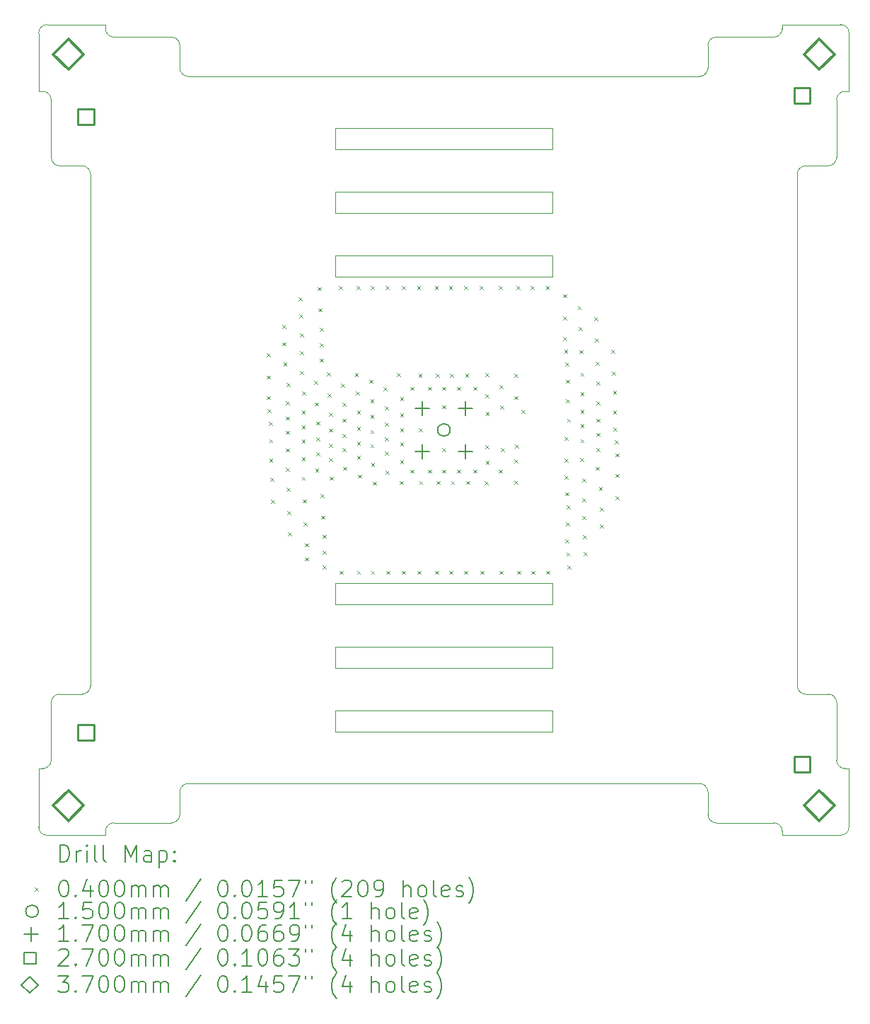
<source format=gbr>
%FSLAX45Y45*%
G04 Gerber Fmt 4.5, Leading zero omitted, Abs format (unit mm)*
G04 Created by KiCad (PCBNEW (6.0.5-0)) date 2022-12-31 05:30:32*
%MOMM*%
%LPD*%
G01*
G04 APERTURE LIST*
%TA.AperFunction,Profile*%
%ADD10C,0.100000*%
%TD*%
%ADD11C,0.200000*%
%ADD12C,0.040000*%
%ADD13C,0.150000*%
%ADD14C,0.170000*%
%ADD15C,0.270000*%
%ADD16C,0.370000*%
G04 APERTURE END LIST*
D10*
X7520000Y-13010000D02*
G75*
G03*
X7620000Y-12910000I0J100000D01*
G01*
X7250000Y-13010000D02*
G75*
G03*
X7150000Y-13110000I0J-100000D01*
G01*
X16180000Y-6690000D02*
G75*
G03*
X16080000Y-6790000I0J-100000D01*
G01*
X16700000Y-5800000D02*
X16700000Y-5100000D01*
X16700000Y-5800000D02*
X16650000Y-5800000D01*
X8690000Y-5520000D02*
G75*
G03*
X8790000Y-5620000I100000J0D01*
G01*
X15900000Y-5000000D02*
X16600000Y-5000000D01*
X16550000Y-13800000D02*
G75*
G03*
X16650000Y-13900000I100000J0D01*
G01*
X7000000Y-14600000D02*
G75*
G03*
X7100000Y-14700000I100000J0D01*
G01*
X14910000Y-14080000D02*
X8790000Y-14080000D01*
X16600000Y-14700000D02*
G75*
G03*
X16700000Y-14600000I0J100000D01*
G01*
X7900000Y-14550000D02*
G75*
G03*
X7800000Y-14650000I0J-100000D01*
G01*
X10549679Y-13208946D02*
X13149684Y-13208946D01*
X13149684Y-13208946D02*
X13149684Y-13462897D01*
X13149684Y-13462897D02*
X10549679Y-13462897D01*
X10549679Y-13462897D02*
X10549679Y-13208946D01*
X15900000Y-14650000D02*
G75*
G03*
X15800000Y-14550000I-100000J0D01*
G01*
X7000000Y-13900000D02*
X7000000Y-14600000D01*
X16550000Y-13110000D02*
G75*
G03*
X16450000Y-13010000I-100000J0D01*
G01*
X7050000Y-5800000D02*
X7000000Y-5800000D01*
X15010000Y-14180000D02*
X15010000Y-14450000D01*
X8790000Y-5620000D02*
X14910000Y-5620000D01*
X7150000Y-6590000D02*
G75*
G03*
X7250000Y-6690000I100000J0D01*
G01*
X7800000Y-14700000D02*
X7100000Y-14700000D01*
X16600000Y-14700000D02*
X15900000Y-14700000D01*
X16650000Y-13900000D02*
X16700000Y-13900000D01*
X15800000Y-5150000D02*
G75*
G03*
X15900000Y-5050000I0J100000D01*
G01*
X16080000Y-6790000D02*
X16080000Y-12910000D01*
X8590000Y-14550000D02*
X7900000Y-14550000D01*
X10549998Y-12447119D02*
X13150002Y-12447119D01*
X13150002Y-12447119D02*
X13150002Y-12701070D01*
X13150002Y-12701070D02*
X10549998Y-12701070D01*
X10549998Y-12701070D02*
X10549998Y-12447119D01*
X7520000Y-13010000D02*
X7250000Y-13010000D01*
X16550000Y-5900000D02*
X16550000Y-6590000D01*
X15010000Y-5520000D02*
X15010000Y-5250000D01*
X14910000Y-5620000D02*
G75*
G03*
X15010000Y-5520000I0J100000D01*
G01*
X8690000Y-14180000D02*
X8690000Y-14450000D01*
X10550000Y-6998978D02*
X13150000Y-6998978D01*
X13150000Y-6998978D02*
X13150000Y-7252738D01*
X13150000Y-7252738D02*
X10550000Y-7252738D01*
X10550000Y-7252738D02*
X10550000Y-6998978D01*
X15800000Y-14550000D02*
X15110000Y-14550000D01*
X8790000Y-14080000D02*
G75*
G03*
X8690000Y-14180000I0J-100000D01*
G01*
X10549958Y-11685036D02*
X13149963Y-11685036D01*
X13149963Y-11685036D02*
X13149963Y-11938987D01*
X13149963Y-11938987D02*
X10549958Y-11938987D01*
X10549958Y-11938987D02*
X10549958Y-11685036D01*
X7520000Y-6690000D02*
X7250000Y-6690000D01*
X10550000Y-8015000D02*
X13150113Y-8015000D01*
X13150113Y-8015000D02*
X13150113Y-7761130D01*
X13150113Y-7761130D02*
X10550000Y-7761130D01*
X10550000Y-7761130D02*
X10550000Y-8015000D01*
X7800000Y-5050000D02*
G75*
G03*
X7900000Y-5150000I100000J0D01*
G01*
X16180000Y-13010000D02*
X16450000Y-13010000D01*
X16700000Y-5100000D02*
G75*
G03*
X16600000Y-5000000I-100000J0D01*
G01*
X7900000Y-5150000D02*
X8590000Y-5150000D01*
X7150000Y-13110000D02*
X7150000Y-13800000D01*
X16180000Y-6690000D02*
X16450000Y-6690000D01*
X15900000Y-5000000D02*
X15900000Y-5050000D01*
X8590000Y-14550000D02*
G75*
G03*
X8690000Y-14450000I0J100000D01*
G01*
X7800000Y-5050000D02*
X7800000Y-5000000D01*
X7000000Y-13900000D02*
X7050000Y-13900000D01*
X7150000Y-5900000D02*
G75*
G03*
X7050000Y-5800000I-100000J0D01*
G01*
X16080000Y-12910000D02*
G75*
G03*
X16180000Y-13010000I100000J0D01*
G01*
X16650000Y-5800000D02*
G75*
G03*
X16550000Y-5900000I0J-100000D01*
G01*
X7620000Y-12910000D02*
X7620000Y-6790000D01*
X8690000Y-5520000D02*
X8690000Y-5250000D01*
X7000000Y-5100000D02*
X7000000Y-5800000D01*
X15800000Y-5150000D02*
X15110000Y-5150000D01*
X7150000Y-5900000D02*
X7150000Y-6590000D01*
X8690000Y-5250000D02*
G75*
G03*
X8590000Y-5150000I-100000J0D01*
G01*
X16450000Y-6690000D02*
G75*
G03*
X16550000Y-6590000I0J100000D01*
G01*
X15010000Y-14180000D02*
G75*
G03*
X14910000Y-14080000I-100000J0D01*
G01*
X15900000Y-14650000D02*
X15900000Y-14700000D01*
X7050000Y-13900000D02*
G75*
G03*
X7150000Y-13800000I0J100000D01*
G01*
X15010000Y-14450000D02*
G75*
G03*
X15110000Y-14550000I100000J0D01*
G01*
X15110000Y-5150000D02*
G75*
G03*
X15010000Y-5250000I0J-100000D01*
G01*
X16550000Y-13110000D02*
X16550000Y-13800000D01*
X7100000Y-5000000D02*
G75*
G03*
X7000000Y-5100000I0J-100000D01*
G01*
X10550000Y-6236996D02*
X13150004Y-6236996D01*
X13150004Y-6236996D02*
X13150004Y-6490947D01*
X13150004Y-6490947D02*
X10550000Y-6490947D01*
X10550000Y-6490947D02*
X10550000Y-6236996D01*
X7800000Y-5000000D02*
X7100000Y-5000000D01*
X16700000Y-13900000D02*
X16700000Y-14600000D01*
X7620000Y-6790000D02*
G75*
G03*
X7520000Y-6690000I-100000J0D01*
G01*
X7800000Y-14700000D02*
X7800000Y-14650000D01*
D11*
D12*
X9730000Y-8935000D02*
X9770000Y-8975000D01*
X9770000Y-8935000D02*
X9730000Y-8975000D01*
X9730000Y-9200000D02*
X9770000Y-9240000D01*
X9770000Y-9200000D02*
X9730000Y-9240000D01*
X9730000Y-9445000D02*
X9770000Y-9485000D01*
X9770000Y-9445000D02*
X9730000Y-9485000D01*
X9740000Y-9600000D02*
X9780000Y-9640000D01*
X9780000Y-9600000D02*
X9740000Y-9640000D01*
X9755000Y-9755000D02*
X9795000Y-9795000D01*
X9795000Y-9755000D02*
X9755000Y-9795000D01*
X9760000Y-9960000D02*
X9800000Y-10000000D01*
X9800000Y-9960000D02*
X9760000Y-10000000D01*
X9760000Y-10195000D02*
X9800000Y-10235000D01*
X9800000Y-10195000D02*
X9760000Y-10235000D01*
X9775000Y-10425000D02*
X9815000Y-10465000D01*
X9815000Y-10425000D02*
X9775000Y-10465000D01*
X9780000Y-10685000D02*
X9820000Y-10725000D01*
X9820000Y-10685000D02*
X9780000Y-10725000D01*
X9915000Y-8595000D02*
X9955000Y-8635000D01*
X9955000Y-8595000D02*
X9915000Y-8635000D01*
X9915000Y-8800000D02*
X9955000Y-8840000D01*
X9955000Y-8800000D02*
X9915000Y-8840000D01*
X9930000Y-9045000D02*
X9970000Y-9085000D01*
X9970000Y-9045000D02*
X9930000Y-9085000D01*
X9960000Y-9510000D02*
X10000000Y-9550000D01*
X10000000Y-9510000D02*
X9960000Y-9550000D01*
X9960000Y-9690000D02*
X10000000Y-9730000D01*
X10000000Y-9690000D02*
X9960000Y-9730000D01*
X9960000Y-9860000D02*
X10000000Y-9900000D01*
X10000000Y-9860000D02*
X9960000Y-9900000D01*
X9960000Y-10070000D02*
X10000000Y-10110000D01*
X10000000Y-10070000D02*
X9960000Y-10110000D01*
X9960000Y-10305000D02*
X10000000Y-10345000D01*
X10000000Y-10305000D02*
X9960000Y-10345000D01*
X9965000Y-9285000D02*
X10005000Y-9325000D01*
X10005000Y-9285000D02*
X9965000Y-9325000D01*
X9970000Y-10540000D02*
X10010000Y-10580000D01*
X10010000Y-10540000D02*
X9970000Y-10580000D01*
X9975000Y-10820000D02*
X10015000Y-10860000D01*
X10015000Y-10820000D02*
X9975000Y-10860000D01*
X9985000Y-11075000D02*
X10025000Y-11115000D01*
X10025000Y-11075000D02*
X9985000Y-11115000D01*
X10110000Y-8265000D02*
X10150000Y-8305000D01*
X10150000Y-8265000D02*
X10110000Y-8305000D01*
X10120000Y-8465000D02*
X10160000Y-8505000D01*
X10160000Y-8465000D02*
X10120000Y-8505000D01*
X10130000Y-8695000D02*
X10170000Y-8735000D01*
X10170000Y-8695000D02*
X10130000Y-8735000D01*
X10130000Y-8905000D02*
X10170000Y-8945000D01*
X10170000Y-8905000D02*
X10130000Y-8945000D01*
X10130000Y-9145000D02*
X10170000Y-9185000D01*
X10170000Y-9145000D02*
X10130000Y-9185000D01*
X10150000Y-9615000D02*
X10190000Y-9655000D01*
X10190000Y-9615000D02*
X10150000Y-9655000D01*
X10150000Y-9795000D02*
X10190000Y-9835000D01*
X10190000Y-9795000D02*
X10150000Y-9835000D01*
X10150000Y-9965000D02*
X10190000Y-10005000D01*
X10190000Y-9965000D02*
X10150000Y-10005000D01*
X10150000Y-10175000D02*
X10190000Y-10215000D01*
X10190000Y-10175000D02*
X10150000Y-10215000D01*
X10150000Y-10410000D02*
X10190000Y-10450000D01*
X10190000Y-10410000D02*
X10150000Y-10450000D01*
X10155000Y-9390000D02*
X10195000Y-9430000D01*
X10195000Y-9390000D02*
X10155000Y-9430000D01*
X10160000Y-10680000D02*
X10200000Y-10720000D01*
X10200000Y-10680000D02*
X10160000Y-10720000D01*
X10170000Y-10955000D02*
X10210000Y-10995000D01*
X10210000Y-10955000D02*
X10170000Y-10995000D01*
X10185000Y-11205000D02*
X10225000Y-11245000D01*
X10225000Y-11205000D02*
X10185000Y-11245000D01*
X10185000Y-11375000D02*
X10225000Y-11415000D01*
X10225000Y-11375000D02*
X10185000Y-11415000D01*
X10295000Y-9265000D02*
X10335000Y-9305000D01*
X10335000Y-9265000D02*
X10295000Y-9305000D01*
X10305000Y-9520000D02*
X10345000Y-9560000D01*
X10345000Y-9520000D02*
X10305000Y-9560000D01*
X10310000Y-10315000D02*
X10350000Y-10355000D01*
X10350000Y-10315000D02*
X10310000Y-10355000D01*
X10320000Y-9750000D02*
X10360000Y-9790000D01*
X10360000Y-9750000D02*
X10320000Y-9790000D01*
X10320000Y-9940000D02*
X10360000Y-9980000D01*
X10360000Y-9940000D02*
X10320000Y-9980000D01*
X10320000Y-10120000D02*
X10360000Y-10160000D01*
X10360000Y-10120000D02*
X10320000Y-10160000D01*
X10340000Y-8140000D02*
X10380000Y-8180000D01*
X10380000Y-8140000D02*
X10340000Y-8180000D01*
X10350000Y-8395000D02*
X10390000Y-8435000D01*
X10390000Y-8395000D02*
X10350000Y-8435000D01*
X10365000Y-8625000D02*
X10405000Y-8665000D01*
X10405000Y-8625000D02*
X10365000Y-8665000D01*
X10365000Y-8815000D02*
X10405000Y-8855000D01*
X10405000Y-8815000D02*
X10365000Y-8855000D01*
X10365000Y-8995000D02*
X10405000Y-9035000D01*
X10405000Y-8995000D02*
X10365000Y-9035000D01*
X10375000Y-10620000D02*
X10415000Y-10660000D01*
X10415000Y-10620000D02*
X10375000Y-10660000D01*
X10385000Y-10875000D02*
X10425000Y-10915000D01*
X10425000Y-10875000D02*
X10385000Y-10915000D01*
X10400000Y-11105000D02*
X10440000Y-11145000D01*
X10440000Y-11105000D02*
X10400000Y-11145000D01*
X10400000Y-11295000D02*
X10440000Y-11335000D01*
X10440000Y-11295000D02*
X10400000Y-11335000D01*
X10400000Y-11475000D02*
X10440000Y-11515000D01*
X10440000Y-11475000D02*
X10400000Y-11515000D01*
X10450000Y-9160000D02*
X10490000Y-9200000D01*
X10490000Y-9160000D02*
X10450000Y-9200000D01*
X10460000Y-9415000D02*
X10500000Y-9455000D01*
X10500000Y-9415000D02*
X10460000Y-9455000D01*
X10475000Y-9645000D02*
X10515000Y-9685000D01*
X10515000Y-9645000D02*
X10475000Y-9685000D01*
X10475000Y-9835000D02*
X10515000Y-9875000D01*
X10515000Y-9835000D02*
X10475000Y-9875000D01*
X10475000Y-10015000D02*
X10515000Y-10055000D01*
X10515000Y-10015000D02*
X10475000Y-10055000D01*
X10475000Y-10185000D02*
X10515000Y-10225000D01*
X10515000Y-10185000D02*
X10475000Y-10225000D01*
X10485000Y-10410000D02*
X10525000Y-10450000D01*
X10525000Y-10410000D02*
X10485000Y-10450000D01*
X10595000Y-8125000D02*
X10635000Y-8165000D01*
X10635000Y-8125000D02*
X10595000Y-8165000D01*
X10600000Y-11535000D02*
X10640000Y-11575000D01*
X10640000Y-11535000D02*
X10600000Y-11575000D01*
X10620000Y-9295000D02*
X10660000Y-9335000D01*
X10660000Y-9295000D02*
X10620000Y-9335000D01*
X10635000Y-9525000D02*
X10675000Y-9565000D01*
X10675000Y-9525000D02*
X10635000Y-9565000D01*
X10635000Y-9715000D02*
X10675000Y-9755000D01*
X10675000Y-9715000D02*
X10635000Y-9755000D01*
X10635000Y-9895000D02*
X10675000Y-9935000D01*
X10675000Y-9895000D02*
X10635000Y-9935000D01*
X10635000Y-10065000D02*
X10675000Y-10105000D01*
X10675000Y-10065000D02*
X10635000Y-10105000D01*
X10645000Y-10290000D02*
X10685000Y-10330000D01*
X10685000Y-10290000D02*
X10645000Y-10330000D01*
X10785000Y-9170000D02*
X10825000Y-9210000D01*
X10825000Y-9170000D02*
X10785000Y-9210000D01*
X10795000Y-9390000D02*
X10835000Y-9430000D01*
X10835000Y-9390000D02*
X10795000Y-9430000D01*
X10805000Y-8125000D02*
X10845000Y-8165000D01*
X10845000Y-8125000D02*
X10805000Y-8165000D01*
X10810000Y-9620000D02*
X10850000Y-9660000D01*
X10850000Y-9620000D02*
X10810000Y-9660000D01*
X10810000Y-9810000D02*
X10850000Y-9850000D01*
X10850000Y-9810000D02*
X10810000Y-9850000D01*
X10810000Y-9990000D02*
X10850000Y-10030000D01*
X10850000Y-9990000D02*
X10810000Y-10030000D01*
X10810000Y-10160000D02*
X10850000Y-10200000D01*
X10850000Y-10160000D02*
X10810000Y-10200000D01*
X10810000Y-11535000D02*
X10850000Y-11575000D01*
X10850000Y-11535000D02*
X10810000Y-11575000D01*
X10820000Y-10385000D02*
X10860000Y-10425000D01*
X10860000Y-10385000D02*
X10820000Y-10425000D01*
X10955000Y-9250000D02*
X10995000Y-9290000D01*
X10995000Y-9250000D02*
X10955000Y-9290000D01*
X10970000Y-9480000D02*
X11010000Y-9520000D01*
X11010000Y-9480000D02*
X10970000Y-9520000D01*
X10970000Y-9670000D02*
X11010000Y-9710000D01*
X11010000Y-9670000D02*
X10970000Y-9710000D01*
X10970000Y-9850000D02*
X11010000Y-9890000D01*
X11010000Y-9850000D02*
X10970000Y-9890000D01*
X10970000Y-10020000D02*
X11010000Y-10060000D01*
X11010000Y-10020000D02*
X10970000Y-10060000D01*
X10975000Y-8125000D02*
X11015000Y-8165000D01*
X11015000Y-8125000D02*
X10975000Y-8165000D01*
X10980000Y-10245000D02*
X11020000Y-10285000D01*
X11020000Y-10245000D02*
X10980000Y-10285000D01*
X10980000Y-11535000D02*
X11020000Y-11575000D01*
X11020000Y-11535000D02*
X10980000Y-11575000D01*
X11000000Y-10470000D02*
X11040000Y-10510000D01*
X11040000Y-10470000D02*
X11000000Y-10510000D01*
X11130000Y-9340000D02*
X11170000Y-9380000D01*
X11170000Y-9340000D02*
X11130000Y-9380000D01*
X11145000Y-9570000D02*
X11185000Y-9610000D01*
X11185000Y-9570000D02*
X11145000Y-9610000D01*
X11145000Y-9760000D02*
X11185000Y-9800000D01*
X11185000Y-9760000D02*
X11145000Y-9800000D01*
X11145000Y-9940000D02*
X11185000Y-9980000D01*
X11185000Y-9940000D02*
X11145000Y-9980000D01*
X11145000Y-10110000D02*
X11185000Y-10150000D01*
X11185000Y-10110000D02*
X11145000Y-10150000D01*
X11155000Y-8125000D02*
X11195000Y-8165000D01*
X11195000Y-8125000D02*
X11155000Y-8165000D01*
X11155000Y-10335000D02*
X11195000Y-10375000D01*
X11195000Y-10335000D02*
X11155000Y-10375000D01*
X11160000Y-11535000D02*
X11200000Y-11575000D01*
X11200000Y-11535000D02*
X11160000Y-11575000D01*
X11285000Y-9170000D02*
X11325000Y-9210000D01*
X11325000Y-9170000D02*
X11285000Y-9210000D01*
X11320000Y-10460000D02*
X11360000Y-10500000D01*
X11360000Y-10460000D02*
X11320000Y-10500000D01*
X11325000Y-9460000D02*
X11365000Y-9500000D01*
X11365000Y-9460000D02*
X11325000Y-9500000D01*
X11325000Y-9650000D02*
X11365000Y-9690000D01*
X11365000Y-9650000D02*
X11325000Y-9690000D01*
X11325000Y-9830000D02*
X11365000Y-9870000D01*
X11365000Y-9830000D02*
X11325000Y-9870000D01*
X11325000Y-10000000D02*
X11365000Y-10040000D01*
X11365000Y-10000000D02*
X11325000Y-10040000D01*
X11325000Y-10210000D02*
X11365000Y-10250000D01*
X11365000Y-10210000D02*
X11325000Y-10250000D01*
X11345000Y-8125000D02*
X11385000Y-8165000D01*
X11385000Y-8125000D02*
X11345000Y-8165000D01*
X11350000Y-11535000D02*
X11390000Y-11575000D01*
X11390000Y-11535000D02*
X11350000Y-11575000D01*
X11450000Y-9335000D02*
X11490000Y-9375000D01*
X11490000Y-9335000D02*
X11450000Y-9375000D01*
X11450000Y-10325000D02*
X11490000Y-10365000D01*
X11490000Y-10325000D02*
X11450000Y-10365000D01*
X11530000Y-8125000D02*
X11570000Y-8165000D01*
X11570000Y-8125000D02*
X11530000Y-8165000D01*
X11535000Y-11535000D02*
X11575000Y-11575000D01*
X11575000Y-11535000D02*
X11535000Y-11575000D01*
X11545000Y-9175000D02*
X11585000Y-9215000D01*
X11585000Y-9175000D02*
X11545000Y-9215000D01*
X11550000Y-9830000D02*
X11590000Y-9870000D01*
X11590000Y-9830000D02*
X11550000Y-9870000D01*
X11555000Y-10460000D02*
X11595000Y-10500000D01*
X11595000Y-10460000D02*
X11555000Y-10500000D01*
X11660000Y-9335000D02*
X11700000Y-9375000D01*
X11700000Y-9335000D02*
X11660000Y-9375000D01*
X11660000Y-10325000D02*
X11700000Y-10365000D01*
X11700000Y-10325000D02*
X11660000Y-10365000D01*
X11740000Y-8125000D02*
X11780000Y-8165000D01*
X11780000Y-8125000D02*
X11740000Y-8165000D01*
X11745000Y-11535000D02*
X11785000Y-11575000D01*
X11785000Y-11535000D02*
X11745000Y-11575000D01*
X11755000Y-9175000D02*
X11795000Y-9215000D01*
X11795000Y-9175000D02*
X11755000Y-9215000D01*
X11765000Y-10460000D02*
X11805000Y-10500000D01*
X11805000Y-10460000D02*
X11765000Y-10500000D01*
X11830000Y-9335000D02*
X11870000Y-9375000D01*
X11870000Y-9335000D02*
X11830000Y-9375000D01*
X11830000Y-9555000D02*
X11870000Y-9595000D01*
X11870000Y-9555000D02*
X11830000Y-9595000D01*
X11830000Y-10065000D02*
X11870000Y-10105000D01*
X11870000Y-10065000D02*
X11830000Y-10105000D01*
X11830000Y-10325000D02*
X11870000Y-10365000D01*
X11870000Y-10325000D02*
X11830000Y-10365000D01*
X11910000Y-8125000D02*
X11950000Y-8165000D01*
X11950000Y-8125000D02*
X11910000Y-8165000D01*
X11915000Y-11535000D02*
X11955000Y-11575000D01*
X11955000Y-11535000D02*
X11915000Y-11575000D01*
X11925000Y-9175000D02*
X11965000Y-9215000D01*
X11965000Y-9175000D02*
X11925000Y-9215000D01*
X11935000Y-10460000D02*
X11975000Y-10500000D01*
X11975000Y-10460000D02*
X11935000Y-10500000D01*
X12010000Y-9335000D02*
X12050000Y-9375000D01*
X12050000Y-9335000D02*
X12010000Y-9375000D01*
X12010000Y-10325000D02*
X12050000Y-10365000D01*
X12050000Y-10325000D02*
X12010000Y-10365000D01*
X12090000Y-8125000D02*
X12130000Y-8165000D01*
X12130000Y-8125000D02*
X12090000Y-8165000D01*
X12095000Y-11535000D02*
X12135000Y-11575000D01*
X12135000Y-11535000D02*
X12095000Y-11575000D01*
X12105000Y-9175000D02*
X12145000Y-9215000D01*
X12145000Y-9175000D02*
X12105000Y-9215000D01*
X12115000Y-10460000D02*
X12155000Y-10500000D01*
X12155000Y-10460000D02*
X12115000Y-10500000D01*
X12200000Y-9335000D02*
X12240000Y-9375000D01*
X12240000Y-9335000D02*
X12200000Y-9375000D01*
X12200000Y-10325000D02*
X12240000Y-10365000D01*
X12240000Y-10325000D02*
X12200000Y-10365000D01*
X12280000Y-8125000D02*
X12320000Y-8165000D01*
X12320000Y-8125000D02*
X12280000Y-8165000D01*
X12285000Y-11535000D02*
X12325000Y-11575000D01*
X12325000Y-11535000D02*
X12285000Y-11575000D01*
X12340000Y-10465000D02*
X12380000Y-10505000D01*
X12380000Y-10465000D02*
X12340000Y-10505000D01*
X12345000Y-9170000D02*
X12385000Y-9210000D01*
X12385000Y-9170000D02*
X12345000Y-9210000D01*
X12345000Y-9425000D02*
X12385000Y-9465000D01*
X12385000Y-9425000D02*
X12345000Y-9465000D01*
X12345000Y-10030000D02*
X12385000Y-10070000D01*
X12385000Y-10030000D02*
X12345000Y-10070000D01*
X12350000Y-9635000D02*
X12390000Y-9675000D01*
X12390000Y-9635000D02*
X12350000Y-9675000D01*
X12350000Y-10220000D02*
X12390000Y-10260000D01*
X12390000Y-10220000D02*
X12350000Y-10260000D01*
X12505000Y-10325000D02*
X12545000Y-10365000D01*
X12545000Y-10325000D02*
X12505000Y-10365000D01*
X12510000Y-8125000D02*
X12550000Y-8165000D01*
X12550000Y-8125000D02*
X12510000Y-8165000D01*
X12515000Y-9315000D02*
X12555000Y-9355000D01*
X12555000Y-9315000D02*
X12515000Y-9355000D01*
X12515000Y-11535000D02*
X12555000Y-11575000D01*
X12555000Y-11535000D02*
X12515000Y-11575000D01*
X12525000Y-9560000D02*
X12565000Y-9600000D01*
X12565000Y-9560000D02*
X12525000Y-9600000D01*
X12530000Y-10065000D02*
X12570000Y-10105000D01*
X12570000Y-10065000D02*
X12530000Y-10105000D01*
X12695000Y-9175000D02*
X12735000Y-9215000D01*
X12735000Y-9175000D02*
X12695000Y-9215000D01*
X12695000Y-9445000D02*
X12735000Y-9485000D01*
X12735000Y-9445000D02*
X12695000Y-9485000D01*
X12695000Y-10205000D02*
X12735000Y-10245000D01*
X12735000Y-10205000D02*
X12695000Y-10245000D01*
X12695000Y-10455000D02*
X12735000Y-10495000D01*
X12735000Y-10455000D02*
X12695000Y-10495000D01*
X12700000Y-10025000D02*
X12740000Y-10065000D01*
X12740000Y-10025000D02*
X12700000Y-10065000D01*
X12720000Y-8125000D02*
X12760000Y-8165000D01*
X12760000Y-8125000D02*
X12720000Y-8165000D01*
X12725000Y-11535000D02*
X12765000Y-11575000D01*
X12765000Y-11535000D02*
X12725000Y-11575000D01*
X12775000Y-9610000D02*
X12815000Y-9650000D01*
X12815000Y-9610000D02*
X12775000Y-9650000D01*
X12890000Y-8125000D02*
X12930000Y-8165000D01*
X12930000Y-8125000D02*
X12890000Y-8165000D01*
X12895000Y-11535000D02*
X12935000Y-11575000D01*
X12935000Y-11535000D02*
X12895000Y-11575000D01*
X13070000Y-8125000D02*
X13110000Y-8165000D01*
X13110000Y-8125000D02*
X13070000Y-8165000D01*
X13075000Y-11535000D02*
X13115000Y-11575000D01*
X13115000Y-11535000D02*
X13075000Y-11575000D01*
X13280000Y-8225000D02*
X13320000Y-8265000D01*
X13320000Y-8225000D02*
X13280000Y-8265000D01*
X13280000Y-8490000D02*
X13320000Y-8530000D01*
X13320000Y-8490000D02*
X13280000Y-8530000D01*
X13280000Y-8735000D02*
X13320000Y-8775000D01*
X13320000Y-8735000D02*
X13280000Y-8775000D01*
X13290000Y-8890000D02*
X13330000Y-8930000D01*
X13330000Y-8890000D02*
X13290000Y-8930000D01*
X13295000Y-9930000D02*
X13335000Y-9970000D01*
X13335000Y-9930000D02*
X13295000Y-9970000D01*
X13295000Y-10195000D02*
X13335000Y-10235000D01*
X13335000Y-10195000D02*
X13295000Y-10235000D01*
X13295000Y-10395000D02*
X13335000Y-10435000D01*
X13335000Y-10395000D02*
X13295000Y-10435000D01*
X13305000Y-9045000D02*
X13345000Y-9085000D01*
X13345000Y-9045000D02*
X13305000Y-9085000D01*
X13305000Y-10595000D02*
X13345000Y-10635000D01*
X13345000Y-10595000D02*
X13305000Y-10635000D01*
X13305000Y-11160000D02*
X13345000Y-11200000D01*
X13345000Y-11160000D02*
X13305000Y-11200000D01*
X13310000Y-9250000D02*
X13350000Y-9290000D01*
X13350000Y-9250000D02*
X13310000Y-9290000D01*
X13310000Y-9485000D02*
X13350000Y-9525000D01*
X13350000Y-9485000D02*
X13310000Y-9525000D01*
X13310000Y-10955000D02*
X13350000Y-10995000D01*
X13350000Y-10955000D02*
X13310000Y-10995000D01*
X13315000Y-11315000D02*
X13355000Y-11355000D01*
X13355000Y-11315000D02*
X13315000Y-11355000D01*
X13320000Y-10750000D02*
X13360000Y-10790000D01*
X13360000Y-10750000D02*
X13320000Y-10790000D01*
X13325000Y-9715000D02*
X13365000Y-9755000D01*
X13365000Y-9715000D02*
X13325000Y-9755000D01*
X13330000Y-11470000D02*
X13370000Y-11510000D01*
X13370000Y-11470000D02*
X13330000Y-11510000D01*
X13450000Y-8370000D02*
X13490000Y-8410000D01*
X13490000Y-8370000D02*
X13450000Y-8410000D01*
X13465000Y-8620000D02*
X13505000Y-8660000D01*
X13505000Y-8620000D02*
X13465000Y-8660000D01*
X13475000Y-8895000D02*
X13515000Y-8935000D01*
X13515000Y-8895000D02*
X13475000Y-8935000D01*
X13480000Y-10185000D02*
X13520000Y-10225000D01*
X13520000Y-10185000D02*
X13480000Y-10225000D01*
X13485000Y-9165000D02*
X13525000Y-9205000D01*
X13525000Y-9165000D02*
X13485000Y-9205000D01*
X13485000Y-9400000D02*
X13525000Y-9440000D01*
X13525000Y-9400000D02*
X13485000Y-9440000D01*
X13485000Y-9610000D02*
X13525000Y-9650000D01*
X13525000Y-9610000D02*
X13485000Y-9650000D01*
X13485000Y-9780000D02*
X13525000Y-9820000D01*
X13525000Y-9780000D02*
X13485000Y-9820000D01*
X13485000Y-9960000D02*
X13525000Y-10000000D01*
X13525000Y-9960000D02*
X13485000Y-10000000D01*
X13505000Y-10430000D02*
X13545000Y-10470000D01*
X13545000Y-10430000D02*
X13505000Y-10470000D01*
X13505000Y-10670000D02*
X13545000Y-10710000D01*
X13545000Y-10670000D02*
X13505000Y-10710000D01*
X13505000Y-10880000D02*
X13545000Y-10920000D01*
X13545000Y-10880000D02*
X13505000Y-10920000D01*
X13515000Y-11110000D02*
X13555000Y-11150000D01*
X13555000Y-11110000D02*
X13515000Y-11150000D01*
X13525000Y-11310000D02*
X13565000Y-11350000D01*
X13565000Y-11310000D02*
X13525000Y-11350000D01*
X13650000Y-8500000D02*
X13690000Y-8540000D01*
X13690000Y-8500000D02*
X13650000Y-8540000D01*
X13660000Y-8755000D02*
X13700000Y-8795000D01*
X13700000Y-8755000D02*
X13660000Y-8795000D01*
X13665000Y-9035000D02*
X13705000Y-9075000D01*
X13705000Y-9035000D02*
X13665000Y-9075000D01*
X13670000Y-10290000D02*
X13710000Y-10330000D01*
X13710000Y-10290000D02*
X13670000Y-10330000D01*
X13675000Y-9270000D02*
X13715000Y-9310000D01*
X13715000Y-9270000D02*
X13675000Y-9310000D01*
X13675000Y-9505000D02*
X13715000Y-9545000D01*
X13715000Y-9505000D02*
X13675000Y-9545000D01*
X13675000Y-9715000D02*
X13715000Y-9755000D01*
X13715000Y-9715000D02*
X13675000Y-9755000D01*
X13675000Y-9885000D02*
X13715000Y-9925000D01*
X13715000Y-9885000D02*
X13675000Y-9925000D01*
X13675000Y-10065000D02*
X13715000Y-10105000D01*
X13715000Y-10065000D02*
X13675000Y-10105000D01*
X13705000Y-10530000D02*
X13745000Y-10570000D01*
X13745000Y-10530000D02*
X13705000Y-10570000D01*
X13720000Y-10775000D02*
X13760000Y-10815000D01*
X13760000Y-10775000D02*
X13720000Y-10815000D01*
X13720000Y-10980000D02*
X13760000Y-11020000D01*
X13760000Y-10980000D02*
X13720000Y-11020000D01*
X13855000Y-8890000D02*
X13895000Y-8930000D01*
X13895000Y-8890000D02*
X13855000Y-8930000D01*
X13860000Y-9150000D02*
X13900000Y-9190000D01*
X13900000Y-9150000D02*
X13860000Y-9190000D01*
X13875000Y-9380000D02*
X13915000Y-9420000D01*
X13915000Y-9380000D02*
X13875000Y-9420000D01*
X13875000Y-9615000D02*
X13915000Y-9655000D01*
X13915000Y-9615000D02*
X13875000Y-9655000D01*
X13880000Y-9820000D02*
X13920000Y-9860000D01*
X13920000Y-9820000D02*
X13880000Y-9860000D01*
X13895000Y-9975000D02*
X13935000Y-10015000D01*
X13935000Y-9975000D02*
X13895000Y-10015000D01*
X13905000Y-10130000D02*
X13945000Y-10170000D01*
X13945000Y-10130000D02*
X13905000Y-10170000D01*
X13905000Y-10375000D02*
X13945000Y-10415000D01*
X13945000Y-10375000D02*
X13905000Y-10415000D01*
X13905000Y-10640000D02*
X13945000Y-10680000D01*
X13945000Y-10640000D02*
X13905000Y-10680000D01*
D13*
X11925000Y-9850000D02*
G75*
G03*
X11925000Y-9850000I-75000J0D01*
G01*
D14*
X11595000Y-9510000D02*
X11595000Y-9680000D01*
X11510000Y-9595000D02*
X11680000Y-9595000D01*
X11595000Y-10020000D02*
X11595000Y-10190000D01*
X11510000Y-10105000D02*
X11680000Y-10105000D01*
X12105000Y-9510000D02*
X12105000Y-9680000D01*
X12020000Y-9595000D02*
X12190000Y-9595000D01*
X12105000Y-10020000D02*
X12105000Y-10190000D01*
X12020000Y-10105000D02*
X12190000Y-10105000D01*
D15*
X7659360Y-6198960D02*
X7659360Y-6008040D01*
X7468440Y-6008040D01*
X7468440Y-6198960D01*
X7659360Y-6198960D01*
X7659360Y-13564960D02*
X7659360Y-13374040D01*
X7468440Y-13374040D01*
X7468440Y-13564960D01*
X7659360Y-13564960D01*
X16231860Y-5944960D02*
X16231860Y-5754040D01*
X16040940Y-5754040D01*
X16040940Y-5944960D01*
X16231860Y-5944960D01*
X16231860Y-13945960D02*
X16231860Y-13755040D01*
X16040940Y-13755040D01*
X16040940Y-13945960D01*
X16231860Y-13945960D01*
D16*
X7355000Y-5540000D02*
X7540000Y-5355000D01*
X7355000Y-5170000D01*
X7170000Y-5355000D01*
X7355000Y-5540000D01*
X7355000Y-14530000D02*
X7540000Y-14345000D01*
X7355000Y-14160000D01*
X7170000Y-14345000D01*
X7355000Y-14530000D01*
X16345000Y-5540000D02*
X16530000Y-5355000D01*
X16345000Y-5170000D01*
X16160000Y-5355000D01*
X16345000Y-5540000D01*
X16345000Y-14530000D02*
X16530000Y-14345000D01*
X16345000Y-14160000D01*
X16160000Y-14345000D01*
X16345000Y-14530000D01*
D11*
X7252619Y-15015476D02*
X7252619Y-14815476D01*
X7300238Y-14815476D01*
X7328809Y-14825000D01*
X7347857Y-14844048D01*
X7357381Y-14863095D01*
X7366905Y-14901190D01*
X7366905Y-14929762D01*
X7357381Y-14967857D01*
X7347857Y-14986905D01*
X7328809Y-15005952D01*
X7300238Y-15015476D01*
X7252619Y-15015476D01*
X7452619Y-15015476D02*
X7452619Y-14882143D01*
X7452619Y-14920238D02*
X7462143Y-14901190D01*
X7471667Y-14891667D01*
X7490714Y-14882143D01*
X7509762Y-14882143D01*
X7576428Y-15015476D02*
X7576428Y-14882143D01*
X7576428Y-14815476D02*
X7566905Y-14825000D01*
X7576428Y-14834524D01*
X7585952Y-14825000D01*
X7576428Y-14815476D01*
X7576428Y-14834524D01*
X7700238Y-15015476D02*
X7681190Y-15005952D01*
X7671667Y-14986905D01*
X7671667Y-14815476D01*
X7805000Y-15015476D02*
X7785952Y-15005952D01*
X7776428Y-14986905D01*
X7776428Y-14815476D01*
X8033571Y-15015476D02*
X8033571Y-14815476D01*
X8100238Y-14958333D01*
X8166905Y-14815476D01*
X8166905Y-15015476D01*
X8347857Y-15015476D02*
X8347857Y-14910714D01*
X8338333Y-14891667D01*
X8319286Y-14882143D01*
X8281190Y-14882143D01*
X8262143Y-14891667D01*
X8347857Y-15005952D02*
X8328809Y-15015476D01*
X8281190Y-15015476D01*
X8262143Y-15005952D01*
X8252619Y-14986905D01*
X8252619Y-14967857D01*
X8262143Y-14948809D01*
X8281190Y-14939286D01*
X8328809Y-14939286D01*
X8347857Y-14929762D01*
X8443095Y-14882143D02*
X8443095Y-15082143D01*
X8443095Y-14891667D02*
X8462143Y-14882143D01*
X8500238Y-14882143D01*
X8519286Y-14891667D01*
X8528810Y-14901190D01*
X8538333Y-14920238D01*
X8538333Y-14977381D01*
X8528810Y-14996428D01*
X8519286Y-15005952D01*
X8500238Y-15015476D01*
X8462143Y-15015476D01*
X8443095Y-15005952D01*
X8624048Y-14996428D02*
X8633571Y-15005952D01*
X8624048Y-15015476D01*
X8614524Y-15005952D01*
X8624048Y-14996428D01*
X8624048Y-15015476D01*
X8624048Y-14891667D02*
X8633571Y-14901190D01*
X8624048Y-14910714D01*
X8614524Y-14901190D01*
X8624048Y-14891667D01*
X8624048Y-14910714D01*
D12*
X6955000Y-15325000D02*
X6995000Y-15365000D01*
X6995000Y-15325000D02*
X6955000Y-15365000D01*
D11*
X7290714Y-15235476D02*
X7309762Y-15235476D01*
X7328809Y-15245000D01*
X7338333Y-15254524D01*
X7347857Y-15273571D01*
X7357381Y-15311667D01*
X7357381Y-15359286D01*
X7347857Y-15397381D01*
X7338333Y-15416428D01*
X7328809Y-15425952D01*
X7309762Y-15435476D01*
X7290714Y-15435476D01*
X7271667Y-15425952D01*
X7262143Y-15416428D01*
X7252619Y-15397381D01*
X7243095Y-15359286D01*
X7243095Y-15311667D01*
X7252619Y-15273571D01*
X7262143Y-15254524D01*
X7271667Y-15245000D01*
X7290714Y-15235476D01*
X7443095Y-15416428D02*
X7452619Y-15425952D01*
X7443095Y-15435476D01*
X7433571Y-15425952D01*
X7443095Y-15416428D01*
X7443095Y-15435476D01*
X7624048Y-15302143D02*
X7624048Y-15435476D01*
X7576428Y-15225952D02*
X7528809Y-15368809D01*
X7652619Y-15368809D01*
X7766905Y-15235476D02*
X7785952Y-15235476D01*
X7805000Y-15245000D01*
X7814524Y-15254524D01*
X7824048Y-15273571D01*
X7833571Y-15311667D01*
X7833571Y-15359286D01*
X7824048Y-15397381D01*
X7814524Y-15416428D01*
X7805000Y-15425952D01*
X7785952Y-15435476D01*
X7766905Y-15435476D01*
X7747857Y-15425952D01*
X7738333Y-15416428D01*
X7728809Y-15397381D01*
X7719286Y-15359286D01*
X7719286Y-15311667D01*
X7728809Y-15273571D01*
X7738333Y-15254524D01*
X7747857Y-15245000D01*
X7766905Y-15235476D01*
X7957381Y-15235476D02*
X7976428Y-15235476D01*
X7995476Y-15245000D01*
X8005000Y-15254524D01*
X8014524Y-15273571D01*
X8024048Y-15311667D01*
X8024048Y-15359286D01*
X8014524Y-15397381D01*
X8005000Y-15416428D01*
X7995476Y-15425952D01*
X7976428Y-15435476D01*
X7957381Y-15435476D01*
X7938333Y-15425952D01*
X7928809Y-15416428D01*
X7919286Y-15397381D01*
X7909762Y-15359286D01*
X7909762Y-15311667D01*
X7919286Y-15273571D01*
X7928809Y-15254524D01*
X7938333Y-15245000D01*
X7957381Y-15235476D01*
X8109762Y-15435476D02*
X8109762Y-15302143D01*
X8109762Y-15321190D02*
X8119286Y-15311667D01*
X8138333Y-15302143D01*
X8166905Y-15302143D01*
X8185952Y-15311667D01*
X8195476Y-15330714D01*
X8195476Y-15435476D01*
X8195476Y-15330714D02*
X8205000Y-15311667D01*
X8224048Y-15302143D01*
X8252619Y-15302143D01*
X8271667Y-15311667D01*
X8281190Y-15330714D01*
X8281190Y-15435476D01*
X8376428Y-15435476D02*
X8376428Y-15302143D01*
X8376428Y-15321190D02*
X8385952Y-15311667D01*
X8405000Y-15302143D01*
X8433571Y-15302143D01*
X8452619Y-15311667D01*
X8462143Y-15330714D01*
X8462143Y-15435476D01*
X8462143Y-15330714D02*
X8471667Y-15311667D01*
X8490714Y-15302143D01*
X8519286Y-15302143D01*
X8538333Y-15311667D01*
X8547857Y-15330714D01*
X8547857Y-15435476D01*
X8938333Y-15225952D02*
X8766905Y-15483095D01*
X9195476Y-15235476D02*
X9214524Y-15235476D01*
X9233571Y-15245000D01*
X9243095Y-15254524D01*
X9252619Y-15273571D01*
X9262143Y-15311667D01*
X9262143Y-15359286D01*
X9252619Y-15397381D01*
X9243095Y-15416428D01*
X9233571Y-15425952D01*
X9214524Y-15435476D01*
X9195476Y-15435476D01*
X9176429Y-15425952D01*
X9166905Y-15416428D01*
X9157381Y-15397381D01*
X9147857Y-15359286D01*
X9147857Y-15311667D01*
X9157381Y-15273571D01*
X9166905Y-15254524D01*
X9176429Y-15245000D01*
X9195476Y-15235476D01*
X9347857Y-15416428D02*
X9357381Y-15425952D01*
X9347857Y-15435476D01*
X9338333Y-15425952D01*
X9347857Y-15416428D01*
X9347857Y-15435476D01*
X9481190Y-15235476D02*
X9500238Y-15235476D01*
X9519286Y-15245000D01*
X9528810Y-15254524D01*
X9538333Y-15273571D01*
X9547857Y-15311667D01*
X9547857Y-15359286D01*
X9538333Y-15397381D01*
X9528810Y-15416428D01*
X9519286Y-15425952D01*
X9500238Y-15435476D01*
X9481190Y-15435476D01*
X9462143Y-15425952D01*
X9452619Y-15416428D01*
X9443095Y-15397381D01*
X9433571Y-15359286D01*
X9433571Y-15311667D01*
X9443095Y-15273571D01*
X9452619Y-15254524D01*
X9462143Y-15245000D01*
X9481190Y-15235476D01*
X9738333Y-15435476D02*
X9624048Y-15435476D01*
X9681190Y-15435476D02*
X9681190Y-15235476D01*
X9662143Y-15264048D01*
X9643095Y-15283095D01*
X9624048Y-15292619D01*
X9919286Y-15235476D02*
X9824048Y-15235476D01*
X9814524Y-15330714D01*
X9824048Y-15321190D01*
X9843095Y-15311667D01*
X9890714Y-15311667D01*
X9909762Y-15321190D01*
X9919286Y-15330714D01*
X9928810Y-15349762D01*
X9928810Y-15397381D01*
X9919286Y-15416428D01*
X9909762Y-15425952D01*
X9890714Y-15435476D01*
X9843095Y-15435476D01*
X9824048Y-15425952D01*
X9814524Y-15416428D01*
X9995476Y-15235476D02*
X10128810Y-15235476D01*
X10043095Y-15435476D01*
X10195476Y-15235476D02*
X10195476Y-15273571D01*
X10271667Y-15235476D02*
X10271667Y-15273571D01*
X10566905Y-15511667D02*
X10557381Y-15502143D01*
X10538333Y-15473571D01*
X10528810Y-15454524D01*
X10519286Y-15425952D01*
X10509762Y-15378333D01*
X10509762Y-15340238D01*
X10519286Y-15292619D01*
X10528810Y-15264048D01*
X10538333Y-15245000D01*
X10557381Y-15216428D01*
X10566905Y-15206905D01*
X10633571Y-15254524D02*
X10643095Y-15245000D01*
X10662143Y-15235476D01*
X10709762Y-15235476D01*
X10728810Y-15245000D01*
X10738333Y-15254524D01*
X10747857Y-15273571D01*
X10747857Y-15292619D01*
X10738333Y-15321190D01*
X10624048Y-15435476D01*
X10747857Y-15435476D01*
X10871667Y-15235476D02*
X10890714Y-15235476D01*
X10909762Y-15245000D01*
X10919286Y-15254524D01*
X10928810Y-15273571D01*
X10938333Y-15311667D01*
X10938333Y-15359286D01*
X10928810Y-15397381D01*
X10919286Y-15416428D01*
X10909762Y-15425952D01*
X10890714Y-15435476D01*
X10871667Y-15435476D01*
X10852619Y-15425952D01*
X10843095Y-15416428D01*
X10833571Y-15397381D01*
X10824048Y-15359286D01*
X10824048Y-15311667D01*
X10833571Y-15273571D01*
X10843095Y-15254524D01*
X10852619Y-15245000D01*
X10871667Y-15235476D01*
X11033571Y-15435476D02*
X11071667Y-15435476D01*
X11090714Y-15425952D01*
X11100238Y-15416428D01*
X11119286Y-15387857D01*
X11128810Y-15349762D01*
X11128810Y-15273571D01*
X11119286Y-15254524D01*
X11109762Y-15245000D01*
X11090714Y-15235476D01*
X11052619Y-15235476D01*
X11033571Y-15245000D01*
X11024048Y-15254524D01*
X11014524Y-15273571D01*
X11014524Y-15321190D01*
X11024048Y-15340238D01*
X11033571Y-15349762D01*
X11052619Y-15359286D01*
X11090714Y-15359286D01*
X11109762Y-15349762D01*
X11119286Y-15340238D01*
X11128810Y-15321190D01*
X11366905Y-15435476D02*
X11366905Y-15235476D01*
X11452619Y-15435476D02*
X11452619Y-15330714D01*
X11443095Y-15311667D01*
X11424048Y-15302143D01*
X11395476Y-15302143D01*
X11376428Y-15311667D01*
X11366905Y-15321190D01*
X11576428Y-15435476D02*
X11557381Y-15425952D01*
X11547857Y-15416428D01*
X11538333Y-15397381D01*
X11538333Y-15340238D01*
X11547857Y-15321190D01*
X11557381Y-15311667D01*
X11576428Y-15302143D01*
X11605000Y-15302143D01*
X11624048Y-15311667D01*
X11633571Y-15321190D01*
X11643095Y-15340238D01*
X11643095Y-15397381D01*
X11633571Y-15416428D01*
X11624048Y-15425952D01*
X11605000Y-15435476D01*
X11576428Y-15435476D01*
X11757381Y-15435476D02*
X11738333Y-15425952D01*
X11728809Y-15406905D01*
X11728809Y-15235476D01*
X11909762Y-15425952D02*
X11890714Y-15435476D01*
X11852619Y-15435476D01*
X11833571Y-15425952D01*
X11824048Y-15406905D01*
X11824048Y-15330714D01*
X11833571Y-15311667D01*
X11852619Y-15302143D01*
X11890714Y-15302143D01*
X11909762Y-15311667D01*
X11919286Y-15330714D01*
X11919286Y-15349762D01*
X11824048Y-15368809D01*
X11995476Y-15425952D02*
X12014524Y-15435476D01*
X12052619Y-15435476D01*
X12071667Y-15425952D01*
X12081190Y-15406905D01*
X12081190Y-15397381D01*
X12071667Y-15378333D01*
X12052619Y-15368809D01*
X12024048Y-15368809D01*
X12005000Y-15359286D01*
X11995476Y-15340238D01*
X11995476Y-15330714D01*
X12005000Y-15311667D01*
X12024048Y-15302143D01*
X12052619Y-15302143D01*
X12071667Y-15311667D01*
X12147857Y-15511667D02*
X12157381Y-15502143D01*
X12176428Y-15473571D01*
X12185952Y-15454524D01*
X12195476Y-15425952D01*
X12205000Y-15378333D01*
X12205000Y-15340238D01*
X12195476Y-15292619D01*
X12185952Y-15264048D01*
X12176428Y-15245000D01*
X12157381Y-15216428D01*
X12147857Y-15206905D01*
D13*
X6995000Y-15609000D02*
G75*
G03*
X6995000Y-15609000I-75000J0D01*
G01*
D11*
X7357381Y-15699476D02*
X7243095Y-15699476D01*
X7300238Y-15699476D02*
X7300238Y-15499476D01*
X7281190Y-15528048D01*
X7262143Y-15547095D01*
X7243095Y-15556619D01*
X7443095Y-15680428D02*
X7452619Y-15689952D01*
X7443095Y-15699476D01*
X7433571Y-15689952D01*
X7443095Y-15680428D01*
X7443095Y-15699476D01*
X7633571Y-15499476D02*
X7538333Y-15499476D01*
X7528809Y-15594714D01*
X7538333Y-15585190D01*
X7557381Y-15575667D01*
X7605000Y-15575667D01*
X7624048Y-15585190D01*
X7633571Y-15594714D01*
X7643095Y-15613762D01*
X7643095Y-15661381D01*
X7633571Y-15680428D01*
X7624048Y-15689952D01*
X7605000Y-15699476D01*
X7557381Y-15699476D01*
X7538333Y-15689952D01*
X7528809Y-15680428D01*
X7766905Y-15499476D02*
X7785952Y-15499476D01*
X7805000Y-15509000D01*
X7814524Y-15518524D01*
X7824048Y-15537571D01*
X7833571Y-15575667D01*
X7833571Y-15623286D01*
X7824048Y-15661381D01*
X7814524Y-15680428D01*
X7805000Y-15689952D01*
X7785952Y-15699476D01*
X7766905Y-15699476D01*
X7747857Y-15689952D01*
X7738333Y-15680428D01*
X7728809Y-15661381D01*
X7719286Y-15623286D01*
X7719286Y-15575667D01*
X7728809Y-15537571D01*
X7738333Y-15518524D01*
X7747857Y-15509000D01*
X7766905Y-15499476D01*
X7957381Y-15499476D02*
X7976428Y-15499476D01*
X7995476Y-15509000D01*
X8005000Y-15518524D01*
X8014524Y-15537571D01*
X8024048Y-15575667D01*
X8024048Y-15623286D01*
X8014524Y-15661381D01*
X8005000Y-15680428D01*
X7995476Y-15689952D01*
X7976428Y-15699476D01*
X7957381Y-15699476D01*
X7938333Y-15689952D01*
X7928809Y-15680428D01*
X7919286Y-15661381D01*
X7909762Y-15623286D01*
X7909762Y-15575667D01*
X7919286Y-15537571D01*
X7928809Y-15518524D01*
X7938333Y-15509000D01*
X7957381Y-15499476D01*
X8109762Y-15699476D02*
X8109762Y-15566143D01*
X8109762Y-15585190D02*
X8119286Y-15575667D01*
X8138333Y-15566143D01*
X8166905Y-15566143D01*
X8185952Y-15575667D01*
X8195476Y-15594714D01*
X8195476Y-15699476D01*
X8195476Y-15594714D02*
X8205000Y-15575667D01*
X8224048Y-15566143D01*
X8252619Y-15566143D01*
X8271667Y-15575667D01*
X8281190Y-15594714D01*
X8281190Y-15699476D01*
X8376428Y-15699476D02*
X8376428Y-15566143D01*
X8376428Y-15585190D02*
X8385952Y-15575667D01*
X8405000Y-15566143D01*
X8433571Y-15566143D01*
X8452619Y-15575667D01*
X8462143Y-15594714D01*
X8462143Y-15699476D01*
X8462143Y-15594714D02*
X8471667Y-15575667D01*
X8490714Y-15566143D01*
X8519286Y-15566143D01*
X8538333Y-15575667D01*
X8547857Y-15594714D01*
X8547857Y-15699476D01*
X8938333Y-15489952D02*
X8766905Y-15747095D01*
X9195476Y-15499476D02*
X9214524Y-15499476D01*
X9233571Y-15509000D01*
X9243095Y-15518524D01*
X9252619Y-15537571D01*
X9262143Y-15575667D01*
X9262143Y-15623286D01*
X9252619Y-15661381D01*
X9243095Y-15680428D01*
X9233571Y-15689952D01*
X9214524Y-15699476D01*
X9195476Y-15699476D01*
X9176429Y-15689952D01*
X9166905Y-15680428D01*
X9157381Y-15661381D01*
X9147857Y-15623286D01*
X9147857Y-15575667D01*
X9157381Y-15537571D01*
X9166905Y-15518524D01*
X9176429Y-15509000D01*
X9195476Y-15499476D01*
X9347857Y-15680428D02*
X9357381Y-15689952D01*
X9347857Y-15699476D01*
X9338333Y-15689952D01*
X9347857Y-15680428D01*
X9347857Y-15699476D01*
X9481190Y-15499476D02*
X9500238Y-15499476D01*
X9519286Y-15509000D01*
X9528810Y-15518524D01*
X9538333Y-15537571D01*
X9547857Y-15575667D01*
X9547857Y-15623286D01*
X9538333Y-15661381D01*
X9528810Y-15680428D01*
X9519286Y-15689952D01*
X9500238Y-15699476D01*
X9481190Y-15699476D01*
X9462143Y-15689952D01*
X9452619Y-15680428D01*
X9443095Y-15661381D01*
X9433571Y-15623286D01*
X9433571Y-15575667D01*
X9443095Y-15537571D01*
X9452619Y-15518524D01*
X9462143Y-15509000D01*
X9481190Y-15499476D01*
X9728810Y-15499476D02*
X9633571Y-15499476D01*
X9624048Y-15594714D01*
X9633571Y-15585190D01*
X9652619Y-15575667D01*
X9700238Y-15575667D01*
X9719286Y-15585190D01*
X9728810Y-15594714D01*
X9738333Y-15613762D01*
X9738333Y-15661381D01*
X9728810Y-15680428D01*
X9719286Y-15689952D01*
X9700238Y-15699476D01*
X9652619Y-15699476D01*
X9633571Y-15689952D01*
X9624048Y-15680428D01*
X9833571Y-15699476D02*
X9871667Y-15699476D01*
X9890714Y-15689952D01*
X9900238Y-15680428D01*
X9919286Y-15651857D01*
X9928810Y-15613762D01*
X9928810Y-15537571D01*
X9919286Y-15518524D01*
X9909762Y-15509000D01*
X9890714Y-15499476D01*
X9852619Y-15499476D01*
X9833571Y-15509000D01*
X9824048Y-15518524D01*
X9814524Y-15537571D01*
X9814524Y-15585190D01*
X9824048Y-15604238D01*
X9833571Y-15613762D01*
X9852619Y-15623286D01*
X9890714Y-15623286D01*
X9909762Y-15613762D01*
X9919286Y-15604238D01*
X9928810Y-15585190D01*
X10119286Y-15699476D02*
X10005000Y-15699476D01*
X10062143Y-15699476D02*
X10062143Y-15499476D01*
X10043095Y-15528048D01*
X10024048Y-15547095D01*
X10005000Y-15556619D01*
X10195476Y-15499476D02*
X10195476Y-15537571D01*
X10271667Y-15499476D02*
X10271667Y-15537571D01*
X10566905Y-15775667D02*
X10557381Y-15766143D01*
X10538333Y-15737571D01*
X10528810Y-15718524D01*
X10519286Y-15689952D01*
X10509762Y-15642333D01*
X10509762Y-15604238D01*
X10519286Y-15556619D01*
X10528810Y-15528048D01*
X10538333Y-15509000D01*
X10557381Y-15480428D01*
X10566905Y-15470905D01*
X10747857Y-15699476D02*
X10633571Y-15699476D01*
X10690714Y-15699476D02*
X10690714Y-15499476D01*
X10671667Y-15528048D01*
X10652619Y-15547095D01*
X10633571Y-15556619D01*
X10985952Y-15699476D02*
X10985952Y-15499476D01*
X11071667Y-15699476D02*
X11071667Y-15594714D01*
X11062143Y-15575667D01*
X11043095Y-15566143D01*
X11014524Y-15566143D01*
X10995476Y-15575667D01*
X10985952Y-15585190D01*
X11195476Y-15699476D02*
X11176429Y-15689952D01*
X11166905Y-15680428D01*
X11157381Y-15661381D01*
X11157381Y-15604238D01*
X11166905Y-15585190D01*
X11176429Y-15575667D01*
X11195476Y-15566143D01*
X11224048Y-15566143D01*
X11243095Y-15575667D01*
X11252619Y-15585190D01*
X11262143Y-15604238D01*
X11262143Y-15661381D01*
X11252619Y-15680428D01*
X11243095Y-15689952D01*
X11224048Y-15699476D01*
X11195476Y-15699476D01*
X11376428Y-15699476D02*
X11357381Y-15689952D01*
X11347857Y-15670905D01*
X11347857Y-15499476D01*
X11528809Y-15689952D02*
X11509762Y-15699476D01*
X11471667Y-15699476D01*
X11452619Y-15689952D01*
X11443095Y-15670905D01*
X11443095Y-15594714D01*
X11452619Y-15575667D01*
X11471667Y-15566143D01*
X11509762Y-15566143D01*
X11528809Y-15575667D01*
X11538333Y-15594714D01*
X11538333Y-15613762D01*
X11443095Y-15632809D01*
X11605000Y-15775667D02*
X11614524Y-15766143D01*
X11633571Y-15737571D01*
X11643095Y-15718524D01*
X11652619Y-15689952D01*
X11662143Y-15642333D01*
X11662143Y-15604238D01*
X11652619Y-15556619D01*
X11643095Y-15528048D01*
X11633571Y-15509000D01*
X11614524Y-15480428D01*
X11605000Y-15470905D01*
D14*
X6910000Y-15794000D02*
X6910000Y-15964000D01*
X6825000Y-15879000D02*
X6995000Y-15879000D01*
D11*
X7357381Y-15969476D02*
X7243095Y-15969476D01*
X7300238Y-15969476D02*
X7300238Y-15769476D01*
X7281190Y-15798048D01*
X7262143Y-15817095D01*
X7243095Y-15826619D01*
X7443095Y-15950428D02*
X7452619Y-15959952D01*
X7443095Y-15969476D01*
X7433571Y-15959952D01*
X7443095Y-15950428D01*
X7443095Y-15969476D01*
X7519286Y-15769476D02*
X7652619Y-15769476D01*
X7566905Y-15969476D01*
X7766905Y-15769476D02*
X7785952Y-15769476D01*
X7805000Y-15779000D01*
X7814524Y-15788524D01*
X7824048Y-15807571D01*
X7833571Y-15845667D01*
X7833571Y-15893286D01*
X7824048Y-15931381D01*
X7814524Y-15950428D01*
X7805000Y-15959952D01*
X7785952Y-15969476D01*
X7766905Y-15969476D01*
X7747857Y-15959952D01*
X7738333Y-15950428D01*
X7728809Y-15931381D01*
X7719286Y-15893286D01*
X7719286Y-15845667D01*
X7728809Y-15807571D01*
X7738333Y-15788524D01*
X7747857Y-15779000D01*
X7766905Y-15769476D01*
X7957381Y-15769476D02*
X7976428Y-15769476D01*
X7995476Y-15779000D01*
X8005000Y-15788524D01*
X8014524Y-15807571D01*
X8024048Y-15845667D01*
X8024048Y-15893286D01*
X8014524Y-15931381D01*
X8005000Y-15950428D01*
X7995476Y-15959952D01*
X7976428Y-15969476D01*
X7957381Y-15969476D01*
X7938333Y-15959952D01*
X7928809Y-15950428D01*
X7919286Y-15931381D01*
X7909762Y-15893286D01*
X7909762Y-15845667D01*
X7919286Y-15807571D01*
X7928809Y-15788524D01*
X7938333Y-15779000D01*
X7957381Y-15769476D01*
X8109762Y-15969476D02*
X8109762Y-15836143D01*
X8109762Y-15855190D02*
X8119286Y-15845667D01*
X8138333Y-15836143D01*
X8166905Y-15836143D01*
X8185952Y-15845667D01*
X8195476Y-15864714D01*
X8195476Y-15969476D01*
X8195476Y-15864714D02*
X8205000Y-15845667D01*
X8224048Y-15836143D01*
X8252619Y-15836143D01*
X8271667Y-15845667D01*
X8281190Y-15864714D01*
X8281190Y-15969476D01*
X8376428Y-15969476D02*
X8376428Y-15836143D01*
X8376428Y-15855190D02*
X8385952Y-15845667D01*
X8405000Y-15836143D01*
X8433571Y-15836143D01*
X8452619Y-15845667D01*
X8462143Y-15864714D01*
X8462143Y-15969476D01*
X8462143Y-15864714D02*
X8471667Y-15845667D01*
X8490714Y-15836143D01*
X8519286Y-15836143D01*
X8538333Y-15845667D01*
X8547857Y-15864714D01*
X8547857Y-15969476D01*
X8938333Y-15759952D02*
X8766905Y-16017095D01*
X9195476Y-15769476D02*
X9214524Y-15769476D01*
X9233571Y-15779000D01*
X9243095Y-15788524D01*
X9252619Y-15807571D01*
X9262143Y-15845667D01*
X9262143Y-15893286D01*
X9252619Y-15931381D01*
X9243095Y-15950428D01*
X9233571Y-15959952D01*
X9214524Y-15969476D01*
X9195476Y-15969476D01*
X9176429Y-15959952D01*
X9166905Y-15950428D01*
X9157381Y-15931381D01*
X9147857Y-15893286D01*
X9147857Y-15845667D01*
X9157381Y-15807571D01*
X9166905Y-15788524D01*
X9176429Y-15779000D01*
X9195476Y-15769476D01*
X9347857Y-15950428D02*
X9357381Y-15959952D01*
X9347857Y-15969476D01*
X9338333Y-15959952D01*
X9347857Y-15950428D01*
X9347857Y-15969476D01*
X9481190Y-15769476D02*
X9500238Y-15769476D01*
X9519286Y-15779000D01*
X9528810Y-15788524D01*
X9538333Y-15807571D01*
X9547857Y-15845667D01*
X9547857Y-15893286D01*
X9538333Y-15931381D01*
X9528810Y-15950428D01*
X9519286Y-15959952D01*
X9500238Y-15969476D01*
X9481190Y-15969476D01*
X9462143Y-15959952D01*
X9452619Y-15950428D01*
X9443095Y-15931381D01*
X9433571Y-15893286D01*
X9433571Y-15845667D01*
X9443095Y-15807571D01*
X9452619Y-15788524D01*
X9462143Y-15779000D01*
X9481190Y-15769476D01*
X9719286Y-15769476D02*
X9681190Y-15769476D01*
X9662143Y-15779000D01*
X9652619Y-15788524D01*
X9633571Y-15817095D01*
X9624048Y-15855190D01*
X9624048Y-15931381D01*
X9633571Y-15950428D01*
X9643095Y-15959952D01*
X9662143Y-15969476D01*
X9700238Y-15969476D01*
X9719286Y-15959952D01*
X9728810Y-15950428D01*
X9738333Y-15931381D01*
X9738333Y-15883762D01*
X9728810Y-15864714D01*
X9719286Y-15855190D01*
X9700238Y-15845667D01*
X9662143Y-15845667D01*
X9643095Y-15855190D01*
X9633571Y-15864714D01*
X9624048Y-15883762D01*
X9909762Y-15769476D02*
X9871667Y-15769476D01*
X9852619Y-15779000D01*
X9843095Y-15788524D01*
X9824048Y-15817095D01*
X9814524Y-15855190D01*
X9814524Y-15931381D01*
X9824048Y-15950428D01*
X9833571Y-15959952D01*
X9852619Y-15969476D01*
X9890714Y-15969476D01*
X9909762Y-15959952D01*
X9919286Y-15950428D01*
X9928810Y-15931381D01*
X9928810Y-15883762D01*
X9919286Y-15864714D01*
X9909762Y-15855190D01*
X9890714Y-15845667D01*
X9852619Y-15845667D01*
X9833571Y-15855190D01*
X9824048Y-15864714D01*
X9814524Y-15883762D01*
X10024048Y-15969476D02*
X10062143Y-15969476D01*
X10081190Y-15959952D01*
X10090714Y-15950428D01*
X10109762Y-15921857D01*
X10119286Y-15883762D01*
X10119286Y-15807571D01*
X10109762Y-15788524D01*
X10100238Y-15779000D01*
X10081190Y-15769476D01*
X10043095Y-15769476D01*
X10024048Y-15779000D01*
X10014524Y-15788524D01*
X10005000Y-15807571D01*
X10005000Y-15855190D01*
X10014524Y-15874238D01*
X10024048Y-15883762D01*
X10043095Y-15893286D01*
X10081190Y-15893286D01*
X10100238Y-15883762D01*
X10109762Y-15874238D01*
X10119286Y-15855190D01*
X10195476Y-15769476D02*
X10195476Y-15807571D01*
X10271667Y-15769476D02*
X10271667Y-15807571D01*
X10566905Y-16045667D02*
X10557381Y-16036143D01*
X10538333Y-16007571D01*
X10528810Y-15988524D01*
X10519286Y-15959952D01*
X10509762Y-15912333D01*
X10509762Y-15874238D01*
X10519286Y-15826619D01*
X10528810Y-15798048D01*
X10538333Y-15779000D01*
X10557381Y-15750428D01*
X10566905Y-15740905D01*
X10728810Y-15836143D02*
X10728810Y-15969476D01*
X10681190Y-15759952D02*
X10633571Y-15902809D01*
X10757381Y-15902809D01*
X10985952Y-15969476D02*
X10985952Y-15769476D01*
X11071667Y-15969476D02*
X11071667Y-15864714D01*
X11062143Y-15845667D01*
X11043095Y-15836143D01*
X11014524Y-15836143D01*
X10995476Y-15845667D01*
X10985952Y-15855190D01*
X11195476Y-15969476D02*
X11176429Y-15959952D01*
X11166905Y-15950428D01*
X11157381Y-15931381D01*
X11157381Y-15874238D01*
X11166905Y-15855190D01*
X11176429Y-15845667D01*
X11195476Y-15836143D01*
X11224048Y-15836143D01*
X11243095Y-15845667D01*
X11252619Y-15855190D01*
X11262143Y-15874238D01*
X11262143Y-15931381D01*
X11252619Y-15950428D01*
X11243095Y-15959952D01*
X11224048Y-15969476D01*
X11195476Y-15969476D01*
X11376428Y-15969476D02*
X11357381Y-15959952D01*
X11347857Y-15940905D01*
X11347857Y-15769476D01*
X11528809Y-15959952D02*
X11509762Y-15969476D01*
X11471667Y-15969476D01*
X11452619Y-15959952D01*
X11443095Y-15940905D01*
X11443095Y-15864714D01*
X11452619Y-15845667D01*
X11471667Y-15836143D01*
X11509762Y-15836143D01*
X11528809Y-15845667D01*
X11538333Y-15864714D01*
X11538333Y-15883762D01*
X11443095Y-15902809D01*
X11614524Y-15959952D02*
X11633571Y-15969476D01*
X11671667Y-15969476D01*
X11690714Y-15959952D01*
X11700238Y-15940905D01*
X11700238Y-15931381D01*
X11690714Y-15912333D01*
X11671667Y-15902809D01*
X11643095Y-15902809D01*
X11624048Y-15893286D01*
X11614524Y-15874238D01*
X11614524Y-15864714D01*
X11624048Y-15845667D01*
X11643095Y-15836143D01*
X11671667Y-15836143D01*
X11690714Y-15845667D01*
X11766905Y-16045667D02*
X11776428Y-16036143D01*
X11795476Y-16007571D01*
X11805000Y-15988524D01*
X11814524Y-15959952D01*
X11824048Y-15912333D01*
X11824048Y-15874238D01*
X11814524Y-15826619D01*
X11805000Y-15798048D01*
X11795476Y-15779000D01*
X11776428Y-15750428D01*
X11766905Y-15740905D01*
X6965711Y-16239711D02*
X6965711Y-16098289D01*
X6824289Y-16098289D01*
X6824289Y-16239711D01*
X6965711Y-16239711D01*
X7243095Y-16078524D02*
X7252619Y-16069000D01*
X7271667Y-16059476D01*
X7319286Y-16059476D01*
X7338333Y-16069000D01*
X7347857Y-16078524D01*
X7357381Y-16097571D01*
X7357381Y-16116619D01*
X7347857Y-16145190D01*
X7233571Y-16259476D01*
X7357381Y-16259476D01*
X7443095Y-16240428D02*
X7452619Y-16249952D01*
X7443095Y-16259476D01*
X7433571Y-16249952D01*
X7443095Y-16240428D01*
X7443095Y-16259476D01*
X7519286Y-16059476D02*
X7652619Y-16059476D01*
X7566905Y-16259476D01*
X7766905Y-16059476D02*
X7785952Y-16059476D01*
X7805000Y-16069000D01*
X7814524Y-16078524D01*
X7824048Y-16097571D01*
X7833571Y-16135667D01*
X7833571Y-16183286D01*
X7824048Y-16221381D01*
X7814524Y-16240428D01*
X7805000Y-16249952D01*
X7785952Y-16259476D01*
X7766905Y-16259476D01*
X7747857Y-16249952D01*
X7738333Y-16240428D01*
X7728809Y-16221381D01*
X7719286Y-16183286D01*
X7719286Y-16135667D01*
X7728809Y-16097571D01*
X7738333Y-16078524D01*
X7747857Y-16069000D01*
X7766905Y-16059476D01*
X7957381Y-16059476D02*
X7976428Y-16059476D01*
X7995476Y-16069000D01*
X8005000Y-16078524D01*
X8014524Y-16097571D01*
X8024048Y-16135667D01*
X8024048Y-16183286D01*
X8014524Y-16221381D01*
X8005000Y-16240428D01*
X7995476Y-16249952D01*
X7976428Y-16259476D01*
X7957381Y-16259476D01*
X7938333Y-16249952D01*
X7928809Y-16240428D01*
X7919286Y-16221381D01*
X7909762Y-16183286D01*
X7909762Y-16135667D01*
X7919286Y-16097571D01*
X7928809Y-16078524D01*
X7938333Y-16069000D01*
X7957381Y-16059476D01*
X8109762Y-16259476D02*
X8109762Y-16126143D01*
X8109762Y-16145190D02*
X8119286Y-16135667D01*
X8138333Y-16126143D01*
X8166905Y-16126143D01*
X8185952Y-16135667D01*
X8195476Y-16154714D01*
X8195476Y-16259476D01*
X8195476Y-16154714D02*
X8205000Y-16135667D01*
X8224048Y-16126143D01*
X8252619Y-16126143D01*
X8271667Y-16135667D01*
X8281190Y-16154714D01*
X8281190Y-16259476D01*
X8376428Y-16259476D02*
X8376428Y-16126143D01*
X8376428Y-16145190D02*
X8385952Y-16135667D01*
X8405000Y-16126143D01*
X8433571Y-16126143D01*
X8452619Y-16135667D01*
X8462143Y-16154714D01*
X8462143Y-16259476D01*
X8462143Y-16154714D02*
X8471667Y-16135667D01*
X8490714Y-16126143D01*
X8519286Y-16126143D01*
X8538333Y-16135667D01*
X8547857Y-16154714D01*
X8547857Y-16259476D01*
X8938333Y-16049952D02*
X8766905Y-16307095D01*
X9195476Y-16059476D02*
X9214524Y-16059476D01*
X9233571Y-16069000D01*
X9243095Y-16078524D01*
X9252619Y-16097571D01*
X9262143Y-16135667D01*
X9262143Y-16183286D01*
X9252619Y-16221381D01*
X9243095Y-16240428D01*
X9233571Y-16249952D01*
X9214524Y-16259476D01*
X9195476Y-16259476D01*
X9176429Y-16249952D01*
X9166905Y-16240428D01*
X9157381Y-16221381D01*
X9147857Y-16183286D01*
X9147857Y-16135667D01*
X9157381Y-16097571D01*
X9166905Y-16078524D01*
X9176429Y-16069000D01*
X9195476Y-16059476D01*
X9347857Y-16240428D02*
X9357381Y-16249952D01*
X9347857Y-16259476D01*
X9338333Y-16249952D01*
X9347857Y-16240428D01*
X9347857Y-16259476D01*
X9547857Y-16259476D02*
X9433571Y-16259476D01*
X9490714Y-16259476D02*
X9490714Y-16059476D01*
X9471667Y-16088048D01*
X9452619Y-16107095D01*
X9433571Y-16116619D01*
X9671667Y-16059476D02*
X9690714Y-16059476D01*
X9709762Y-16069000D01*
X9719286Y-16078524D01*
X9728810Y-16097571D01*
X9738333Y-16135667D01*
X9738333Y-16183286D01*
X9728810Y-16221381D01*
X9719286Y-16240428D01*
X9709762Y-16249952D01*
X9690714Y-16259476D01*
X9671667Y-16259476D01*
X9652619Y-16249952D01*
X9643095Y-16240428D01*
X9633571Y-16221381D01*
X9624048Y-16183286D01*
X9624048Y-16135667D01*
X9633571Y-16097571D01*
X9643095Y-16078524D01*
X9652619Y-16069000D01*
X9671667Y-16059476D01*
X9909762Y-16059476D02*
X9871667Y-16059476D01*
X9852619Y-16069000D01*
X9843095Y-16078524D01*
X9824048Y-16107095D01*
X9814524Y-16145190D01*
X9814524Y-16221381D01*
X9824048Y-16240428D01*
X9833571Y-16249952D01*
X9852619Y-16259476D01*
X9890714Y-16259476D01*
X9909762Y-16249952D01*
X9919286Y-16240428D01*
X9928810Y-16221381D01*
X9928810Y-16173762D01*
X9919286Y-16154714D01*
X9909762Y-16145190D01*
X9890714Y-16135667D01*
X9852619Y-16135667D01*
X9833571Y-16145190D01*
X9824048Y-16154714D01*
X9814524Y-16173762D01*
X9995476Y-16059476D02*
X10119286Y-16059476D01*
X10052619Y-16135667D01*
X10081190Y-16135667D01*
X10100238Y-16145190D01*
X10109762Y-16154714D01*
X10119286Y-16173762D01*
X10119286Y-16221381D01*
X10109762Y-16240428D01*
X10100238Y-16249952D01*
X10081190Y-16259476D01*
X10024048Y-16259476D01*
X10005000Y-16249952D01*
X9995476Y-16240428D01*
X10195476Y-16059476D02*
X10195476Y-16097571D01*
X10271667Y-16059476D02*
X10271667Y-16097571D01*
X10566905Y-16335667D02*
X10557381Y-16326143D01*
X10538333Y-16297571D01*
X10528810Y-16278524D01*
X10519286Y-16249952D01*
X10509762Y-16202333D01*
X10509762Y-16164238D01*
X10519286Y-16116619D01*
X10528810Y-16088048D01*
X10538333Y-16069000D01*
X10557381Y-16040428D01*
X10566905Y-16030905D01*
X10728810Y-16126143D02*
X10728810Y-16259476D01*
X10681190Y-16049952D02*
X10633571Y-16192809D01*
X10757381Y-16192809D01*
X10985952Y-16259476D02*
X10985952Y-16059476D01*
X11071667Y-16259476D02*
X11071667Y-16154714D01*
X11062143Y-16135667D01*
X11043095Y-16126143D01*
X11014524Y-16126143D01*
X10995476Y-16135667D01*
X10985952Y-16145190D01*
X11195476Y-16259476D02*
X11176429Y-16249952D01*
X11166905Y-16240428D01*
X11157381Y-16221381D01*
X11157381Y-16164238D01*
X11166905Y-16145190D01*
X11176429Y-16135667D01*
X11195476Y-16126143D01*
X11224048Y-16126143D01*
X11243095Y-16135667D01*
X11252619Y-16145190D01*
X11262143Y-16164238D01*
X11262143Y-16221381D01*
X11252619Y-16240428D01*
X11243095Y-16249952D01*
X11224048Y-16259476D01*
X11195476Y-16259476D01*
X11376428Y-16259476D02*
X11357381Y-16249952D01*
X11347857Y-16230905D01*
X11347857Y-16059476D01*
X11528809Y-16249952D02*
X11509762Y-16259476D01*
X11471667Y-16259476D01*
X11452619Y-16249952D01*
X11443095Y-16230905D01*
X11443095Y-16154714D01*
X11452619Y-16135667D01*
X11471667Y-16126143D01*
X11509762Y-16126143D01*
X11528809Y-16135667D01*
X11538333Y-16154714D01*
X11538333Y-16173762D01*
X11443095Y-16192809D01*
X11614524Y-16249952D02*
X11633571Y-16259476D01*
X11671667Y-16259476D01*
X11690714Y-16249952D01*
X11700238Y-16230905D01*
X11700238Y-16221381D01*
X11690714Y-16202333D01*
X11671667Y-16192809D01*
X11643095Y-16192809D01*
X11624048Y-16183286D01*
X11614524Y-16164238D01*
X11614524Y-16154714D01*
X11624048Y-16135667D01*
X11643095Y-16126143D01*
X11671667Y-16126143D01*
X11690714Y-16135667D01*
X11766905Y-16335667D02*
X11776428Y-16326143D01*
X11795476Y-16297571D01*
X11805000Y-16278524D01*
X11814524Y-16249952D01*
X11824048Y-16202333D01*
X11824048Y-16164238D01*
X11814524Y-16116619D01*
X11805000Y-16088048D01*
X11795476Y-16069000D01*
X11776428Y-16040428D01*
X11766905Y-16030905D01*
X6895000Y-16589000D02*
X6995000Y-16489000D01*
X6895000Y-16389000D01*
X6795000Y-16489000D01*
X6895000Y-16589000D01*
X7233571Y-16379476D02*
X7357381Y-16379476D01*
X7290714Y-16455667D01*
X7319286Y-16455667D01*
X7338333Y-16465190D01*
X7347857Y-16474714D01*
X7357381Y-16493762D01*
X7357381Y-16541381D01*
X7347857Y-16560428D01*
X7338333Y-16569952D01*
X7319286Y-16579476D01*
X7262143Y-16579476D01*
X7243095Y-16569952D01*
X7233571Y-16560428D01*
X7443095Y-16560428D02*
X7452619Y-16569952D01*
X7443095Y-16579476D01*
X7433571Y-16569952D01*
X7443095Y-16560428D01*
X7443095Y-16579476D01*
X7519286Y-16379476D02*
X7652619Y-16379476D01*
X7566905Y-16579476D01*
X7766905Y-16379476D02*
X7785952Y-16379476D01*
X7805000Y-16389000D01*
X7814524Y-16398524D01*
X7824048Y-16417571D01*
X7833571Y-16455667D01*
X7833571Y-16503286D01*
X7824048Y-16541381D01*
X7814524Y-16560428D01*
X7805000Y-16569952D01*
X7785952Y-16579476D01*
X7766905Y-16579476D01*
X7747857Y-16569952D01*
X7738333Y-16560428D01*
X7728809Y-16541381D01*
X7719286Y-16503286D01*
X7719286Y-16455667D01*
X7728809Y-16417571D01*
X7738333Y-16398524D01*
X7747857Y-16389000D01*
X7766905Y-16379476D01*
X7957381Y-16379476D02*
X7976428Y-16379476D01*
X7995476Y-16389000D01*
X8005000Y-16398524D01*
X8014524Y-16417571D01*
X8024048Y-16455667D01*
X8024048Y-16503286D01*
X8014524Y-16541381D01*
X8005000Y-16560428D01*
X7995476Y-16569952D01*
X7976428Y-16579476D01*
X7957381Y-16579476D01*
X7938333Y-16569952D01*
X7928809Y-16560428D01*
X7919286Y-16541381D01*
X7909762Y-16503286D01*
X7909762Y-16455667D01*
X7919286Y-16417571D01*
X7928809Y-16398524D01*
X7938333Y-16389000D01*
X7957381Y-16379476D01*
X8109762Y-16579476D02*
X8109762Y-16446143D01*
X8109762Y-16465190D02*
X8119286Y-16455667D01*
X8138333Y-16446143D01*
X8166905Y-16446143D01*
X8185952Y-16455667D01*
X8195476Y-16474714D01*
X8195476Y-16579476D01*
X8195476Y-16474714D02*
X8205000Y-16455667D01*
X8224048Y-16446143D01*
X8252619Y-16446143D01*
X8271667Y-16455667D01*
X8281190Y-16474714D01*
X8281190Y-16579476D01*
X8376428Y-16579476D02*
X8376428Y-16446143D01*
X8376428Y-16465190D02*
X8385952Y-16455667D01*
X8405000Y-16446143D01*
X8433571Y-16446143D01*
X8452619Y-16455667D01*
X8462143Y-16474714D01*
X8462143Y-16579476D01*
X8462143Y-16474714D02*
X8471667Y-16455667D01*
X8490714Y-16446143D01*
X8519286Y-16446143D01*
X8538333Y-16455667D01*
X8547857Y-16474714D01*
X8547857Y-16579476D01*
X8938333Y-16369952D02*
X8766905Y-16627095D01*
X9195476Y-16379476D02*
X9214524Y-16379476D01*
X9233571Y-16389000D01*
X9243095Y-16398524D01*
X9252619Y-16417571D01*
X9262143Y-16455667D01*
X9262143Y-16503286D01*
X9252619Y-16541381D01*
X9243095Y-16560428D01*
X9233571Y-16569952D01*
X9214524Y-16579476D01*
X9195476Y-16579476D01*
X9176429Y-16569952D01*
X9166905Y-16560428D01*
X9157381Y-16541381D01*
X9147857Y-16503286D01*
X9147857Y-16455667D01*
X9157381Y-16417571D01*
X9166905Y-16398524D01*
X9176429Y-16389000D01*
X9195476Y-16379476D01*
X9347857Y-16560428D02*
X9357381Y-16569952D01*
X9347857Y-16579476D01*
X9338333Y-16569952D01*
X9347857Y-16560428D01*
X9347857Y-16579476D01*
X9547857Y-16579476D02*
X9433571Y-16579476D01*
X9490714Y-16579476D02*
X9490714Y-16379476D01*
X9471667Y-16408048D01*
X9452619Y-16427095D01*
X9433571Y-16436619D01*
X9719286Y-16446143D02*
X9719286Y-16579476D01*
X9671667Y-16369952D02*
X9624048Y-16512809D01*
X9747857Y-16512809D01*
X9919286Y-16379476D02*
X9824048Y-16379476D01*
X9814524Y-16474714D01*
X9824048Y-16465190D01*
X9843095Y-16455667D01*
X9890714Y-16455667D01*
X9909762Y-16465190D01*
X9919286Y-16474714D01*
X9928810Y-16493762D01*
X9928810Y-16541381D01*
X9919286Y-16560428D01*
X9909762Y-16569952D01*
X9890714Y-16579476D01*
X9843095Y-16579476D01*
X9824048Y-16569952D01*
X9814524Y-16560428D01*
X9995476Y-16379476D02*
X10128810Y-16379476D01*
X10043095Y-16579476D01*
X10195476Y-16379476D02*
X10195476Y-16417571D01*
X10271667Y-16379476D02*
X10271667Y-16417571D01*
X10566905Y-16655667D02*
X10557381Y-16646143D01*
X10538333Y-16617571D01*
X10528810Y-16598524D01*
X10519286Y-16569952D01*
X10509762Y-16522333D01*
X10509762Y-16484238D01*
X10519286Y-16436619D01*
X10528810Y-16408048D01*
X10538333Y-16389000D01*
X10557381Y-16360428D01*
X10566905Y-16350905D01*
X10728810Y-16446143D02*
X10728810Y-16579476D01*
X10681190Y-16369952D02*
X10633571Y-16512809D01*
X10757381Y-16512809D01*
X10985952Y-16579476D02*
X10985952Y-16379476D01*
X11071667Y-16579476D02*
X11071667Y-16474714D01*
X11062143Y-16455667D01*
X11043095Y-16446143D01*
X11014524Y-16446143D01*
X10995476Y-16455667D01*
X10985952Y-16465190D01*
X11195476Y-16579476D02*
X11176429Y-16569952D01*
X11166905Y-16560428D01*
X11157381Y-16541381D01*
X11157381Y-16484238D01*
X11166905Y-16465190D01*
X11176429Y-16455667D01*
X11195476Y-16446143D01*
X11224048Y-16446143D01*
X11243095Y-16455667D01*
X11252619Y-16465190D01*
X11262143Y-16484238D01*
X11262143Y-16541381D01*
X11252619Y-16560428D01*
X11243095Y-16569952D01*
X11224048Y-16579476D01*
X11195476Y-16579476D01*
X11376428Y-16579476D02*
X11357381Y-16569952D01*
X11347857Y-16550905D01*
X11347857Y-16379476D01*
X11528809Y-16569952D02*
X11509762Y-16579476D01*
X11471667Y-16579476D01*
X11452619Y-16569952D01*
X11443095Y-16550905D01*
X11443095Y-16474714D01*
X11452619Y-16455667D01*
X11471667Y-16446143D01*
X11509762Y-16446143D01*
X11528809Y-16455667D01*
X11538333Y-16474714D01*
X11538333Y-16493762D01*
X11443095Y-16512809D01*
X11614524Y-16569952D02*
X11633571Y-16579476D01*
X11671667Y-16579476D01*
X11690714Y-16569952D01*
X11700238Y-16550905D01*
X11700238Y-16541381D01*
X11690714Y-16522333D01*
X11671667Y-16512809D01*
X11643095Y-16512809D01*
X11624048Y-16503286D01*
X11614524Y-16484238D01*
X11614524Y-16474714D01*
X11624048Y-16455667D01*
X11643095Y-16446143D01*
X11671667Y-16446143D01*
X11690714Y-16455667D01*
X11766905Y-16655667D02*
X11776428Y-16646143D01*
X11795476Y-16617571D01*
X11805000Y-16598524D01*
X11814524Y-16569952D01*
X11824048Y-16522333D01*
X11824048Y-16484238D01*
X11814524Y-16436619D01*
X11805000Y-16408048D01*
X11795476Y-16389000D01*
X11776428Y-16360428D01*
X11766905Y-16350905D01*
M02*

</source>
